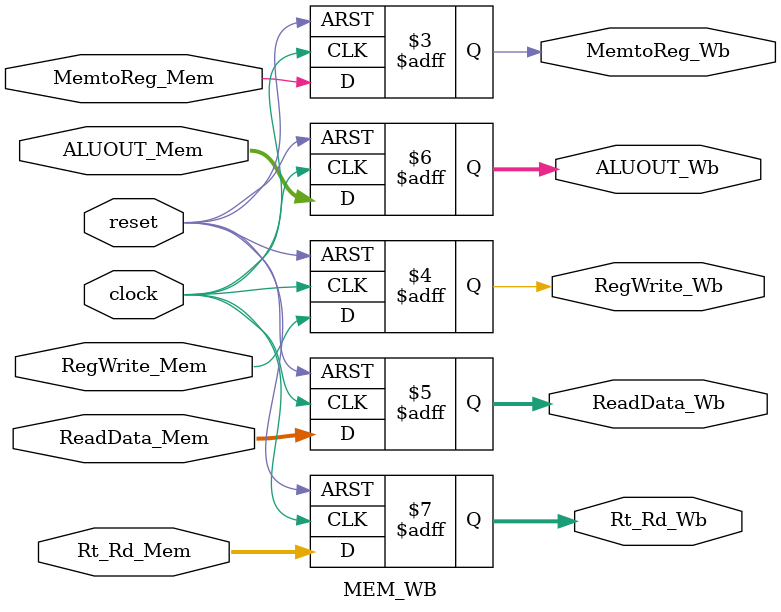
<source format=v>
module MEM_WB (
         input wire clock,reset,
         input wire MemtoReg_Mem, 
         output reg MemtoReg_Wb,
         input wire RegWrite_Mem,
         output reg RegWrite_Wb,
         input wire [31:0] ReadData_Mem,
         output reg [31:0] ReadData_Wb,
         input wire [31:0] ALUOUT_Mem,
         output reg [31:0] ALUOUT_Wb,
         input wire [4:0] Rt_Rd_Mem,
         output reg [4:0] Rt_Rd_Wb );

always @(posedge clock or negedge reset)
  begin
    if (!reset)
      begin
        MemtoReg_Wb<='b0;
        RegWrite_Wb<='b0;
        ReadData_Wb<='b0;
        ALUOUT_Wb<='b0;
        Rt_Rd_Wb<='b0;
      end
    else
      begin
        MemtoReg_Wb<=MemtoReg_Mem;
        RegWrite_Wb<=RegWrite_Mem;
        ReadData_Wb<=ReadData_Mem;
        ALUOUT_Wb<=ALUOUT_Mem;
        Rt_Rd_Wb<=Rt_Rd_Mem;
      end
  end

endmodule
</source>
